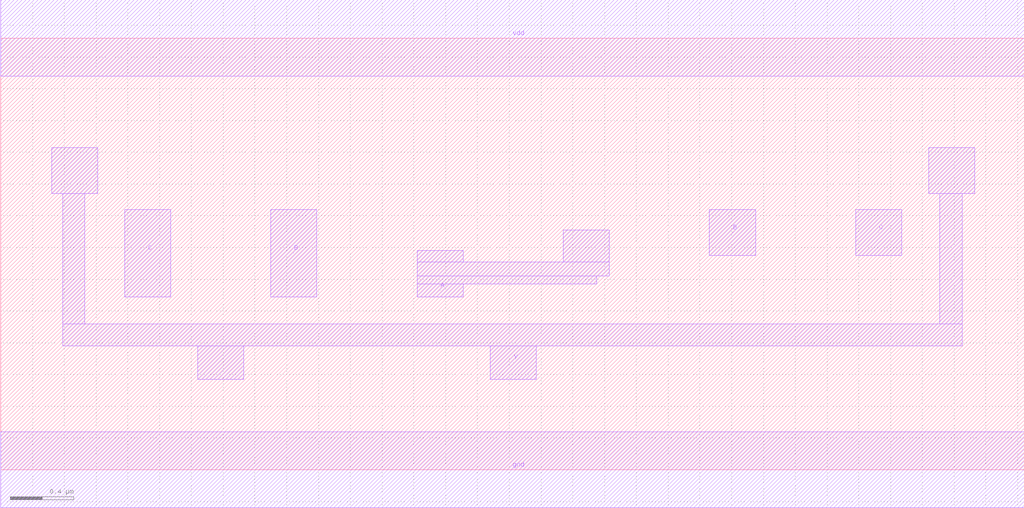
<source format=lef>
VERSION 5.7 ;
  NOWIREEXTENSIONATPIN ON ;
  DIVIDERCHAR "/" ;
  BUSBITCHARS "[]" ;
MACRO NOR3X1
  CLASS CORE ;
  FOREIGN NOR3X1 ;
  ORIGIN 0.000 0.000 ;
  SIZE 6.440 BY 2.720 ;
  SYMMETRY X Y R90 ;
  SITE unithd ;
  PIN vdd
    DIRECTION INOUT ;
    USE POWER ;
    SHAPE ABUTMENT ;
    PORT
      LAYER met2 ;
        RECT 0.000 2.480 6.440 2.960 ;
    END
  END vdd
  PIN gnd
    DIRECTION INOUT ;
    USE GROUND ;
    SHAPE ABUTMENT ;
    PORT
      LAYER met2 ;
        RECT 0.000 -0.240 6.440 0.240 ;
    END
  END gnd
  PIN Y
    DIRECTION INOUT ;
    USE SIGNAL ;
    SHAPE ABUTMENT ;
    PORT
      LAYER met2 ;
        RECT 0.320 1.740 0.610 2.030 ;
        RECT 5.840 1.740 6.130 2.030 ;
        RECT 0.390 0.920 0.530 1.740 ;
        RECT 5.910 0.920 6.050 1.740 ;
        RECT 0.390 0.780 6.050 0.920 ;
        RECT 1.240 0.570 1.530 0.780 ;
        RECT 3.080 0.570 3.370 0.780 ;
    END
  END Y
  PIN A
    DIRECTION INOUT ;
    USE SIGNAL ;
    SHAPE ABUTMENT ;
    PORT
      LAYER met2 ;
        RECT 2.620 1.310 2.910 1.380 ;
        RECT 3.540 1.310 3.830 1.510 ;
        RECT 2.620 1.220 3.830 1.310 ;
        RECT 2.620 1.170 3.750 1.220 ;
        RECT 2.620 1.090 2.910 1.170 ;
    END
  END A
  PIN B
    DIRECTION INOUT ;
    USE SIGNAL ;
    SHAPE ABUTMENT ;
    PORT
      LAYER met2 ;
        RECT 4.460 1.350 4.750 1.640 ;
    END
    PORT
      LAYER met2 ;
        RECT 1.700 1.090 1.990 1.640 ;
    END
  END B
  PIN C
    DIRECTION INOUT ;
    USE SIGNAL ;
    SHAPE ABUTMENT ;
    PORT
      LAYER met2 ;
        RECT 5.380 1.350 5.670 1.640 ;
    END
    PORT
      LAYER met2 ;
        RECT 0.780 1.090 1.070 1.640 ;
    END
  END C
END NOR3X1
END LIBRARY


</source>
